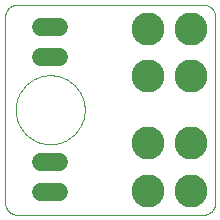
<source format=gbl>
G75*
%MOIN*%
%OFA0B0*%
%FSLAX25Y25*%
%IPPOS*%
%LPD*%
%AMOC8*
5,1,8,0,0,1.08239X$1,22.5*
%
%ADD10C,0.00000*%
%ADD11C,0.11000*%
%ADD12C,0.05937*%
D10*
X0001000Y0004937D02*
X0001000Y0067063D01*
X0001002Y0067187D01*
X0001008Y0067310D01*
X0001017Y0067434D01*
X0001031Y0067556D01*
X0001048Y0067679D01*
X0001070Y0067801D01*
X0001095Y0067922D01*
X0001124Y0068042D01*
X0001156Y0068161D01*
X0001193Y0068280D01*
X0001233Y0068397D01*
X0001276Y0068512D01*
X0001324Y0068627D01*
X0001375Y0068739D01*
X0001429Y0068850D01*
X0001487Y0068960D01*
X0001548Y0069067D01*
X0001613Y0069173D01*
X0001681Y0069276D01*
X0001752Y0069377D01*
X0001826Y0069476D01*
X0001903Y0069573D01*
X0001984Y0069667D01*
X0002067Y0069758D01*
X0002153Y0069847D01*
X0002242Y0069933D01*
X0002333Y0070016D01*
X0002427Y0070097D01*
X0002524Y0070174D01*
X0002623Y0070248D01*
X0002724Y0070319D01*
X0002827Y0070387D01*
X0002933Y0070452D01*
X0003040Y0070513D01*
X0003150Y0070571D01*
X0003261Y0070625D01*
X0003373Y0070676D01*
X0003488Y0070724D01*
X0003603Y0070767D01*
X0003720Y0070807D01*
X0003839Y0070844D01*
X0003958Y0070876D01*
X0004078Y0070905D01*
X0004199Y0070930D01*
X0004321Y0070952D01*
X0004444Y0070969D01*
X0004566Y0070983D01*
X0004690Y0070992D01*
X0004813Y0070998D01*
X0004937Y0071000D01*
X0067063Y0071000D01*
X0067187Y0070998D01*
X0067310Y0070992D01*
X0067434Y0070983D01*
X0067556Y0070969D01*
X0067679Y0070952D01*
X0067801Y0070930D01*
X0067922Y0070905D01*
X0068042Y0070876D01*
X0068161Y0070844D01*
X0068280Y0070807D01*
X0068397Y0070767D01*
X0068512Y0070724D01*
X0068627Y0070676D01*
X0068739Y0070625D01*
X0068850Y0070571D01*
X0068960Y0070513D01*
X0069067Y0070452D01*
X0069173Y0070387D01*
X0069276Y0070319D01*
X0069377Y0070248D01*
X0069476Y0070174D01*
X0069573Y0070097D01*
X0069667Y0070016D01*
X0069758Y0069933D01*
X0069847Y0069847D01*
X0069933Y0069758D01*
X0070016Y0069667D01*
X0070097Y0069573D01*
X0070174Y0069476D01*
X0070248Y0069377D01*
X0070319Y0069276D01*
X0070387Y0069173D01*
X0070452Y0069067D01*
X0070513Y0068960D01*
X0070571Y0068850D01*
X0070625Y0068739D01*
X0070676Y0068627D01*
X0070724Y0068512D01*
X0070767Y0068397D01*
X0070807Y0068280D01*
X0070844Y0068161D01*
X0070876Y0068042D01*
X0070905Y0067922D01*
X0070930Y0067801D01*
X0070952Y0067679D01*
X0070969Y0067556D01*
X0070983Y0067434D01*
X0070992Y0067310D01*
X0070998Y0067187D01*
X0071000Y0067063D01*
X0071000Y0004937D01*
X0070998Y0004813D01*
X0070992Y0004690D01*
X0070983Y0004566D01*
X0070969Y0004444D01*
X0070952Y0004321D01*
X0070930Y0004199D01*
X0070905Y0004078D01*
X0070876Y0003958D01*
X0070844Y0003839D01*
X0070807Y0003720D01*
X0070767Y0003603D01*
X0070724Y0003488D01*
X0070676Y0003373D01*
X0070625Y0003261D01*
X0070571Y0003150D01*
X0070513Y0003040D01*
X0070452Y0002933D01*
X0070387Y0002827D01*
X0070319Y0002724D01*
X0070248Y0002623D01*
X0070174Y0002524D01*
X0070097Y0002427D01*
X0070016Y0002333D01*
X0069933Y0002242D01*
X0069847Y0002153D01*
X0069758Y0002067D01*
X0069667Y0001984D01*
X0069573Y0001903D01*
X0069476Y0001826D01*
X0069377Y0001752D01*
X0069276Y0001681D01*
X0069173Y0001613D01*
X0069067Y0001548D01*
X0068960Y0001487D01*
X0068850Y0001429D01*
X0068739Y0001375D01*
X0068627Y0001324D01*
X0068512Y0001276D01*
X0068397Y0001233D01*
X0068280Y0001193D01*
X0068161Y0001156D01*
X0068042Y0001124D01*
X0067922Y0001095D01*
X0067801Y0001070D01*
X0067679Y0001048D01*
X0067556Y0001031D01*
X0067434Y0001017D01*
X0067310Y0001008D01*
X0067187Y0001002D01*
X0067063Y0001000D01*
X0004937Y0001000D01*
X0004813Y0001002D01*
X0004690Y0001008D01*
X0004566Y0001017D01*
X0004444Y0001031D01*
X0004321Y0001048D01*
X0004199Y0001070D01*
X0004078Y0001095D01*
X0003958Y0001124D01*
X0003839Y0001156D01*
X0003720Y0001193D01*
X0003603Y0001233D01*
X0003488Y0001276D01*
X0003373Y0001324D01*
X0003261Y0001375D01*
X0003150Y0001429D01*
X0003040Y0001487D01*
X0002933Y0001548D01*
X0002827Y0001613D01*
X0002724Y0001681D01*
X0002623Y0001752D01*
X0002524Y0001826D01*
X0002427Y0001903D01*
X0002333Y0001984D01*
X0002242Y0002067D01*
X0002153Y0002153D01*
X0002067Y0002242D01*
X0001984Y0002333D01*
X0001903Y0002427D01*
X0001826Y0002524D01*
X0001752Y0002623D01*
X0001681Y0002724D01*
X0001613Y0002827D01*
X0001548Y0002933D01*
X0001487Y0003040D01*
X0001429Y0003150D01*
X0001375Y0003261D01*
X0001324Y0003373D01*
X0001276Y0003488D01*
X0001233Y0003603D01*
X0001193Y0003720D01*
X0001156Y0003839D01*
X0001124Y0003958D01*
X0001095Y0004078D01*
X0001070Y0004199D01*
X0001048Y0004321D01*
X0001031Y0004444D01*
X0001017Y0004566D01*
X0001008Y0004690D01*
X0001002Y0004813D01*
X0001000Y0004937D01*
X0004500Y0036000D02*
X0004503Y0036282D01*
X0004514Y0036564D01*
X0004531Y0036846D01*
X0004555Y0037127D01*
X0004586Y0037408D01*
X0004624Y0037687D01*
X0004669Y0037966D01*
X0004721Y0038244D01*
X0004779Y0038520D01*
X0004845Y0038794D01*
X0004917Y0039067D01*
X0004995Y0039338D01*
X0005080Y0039607D01*
X0005172Y0039874D01*
X0005271Y0040139D01*
X0005375Y0040401D01*
X0005487Y0040660D01*
X0005604Y0040917D01*
X0005728Y0041171D01*
X0005858Y0041421D01*
X0005994Y0041668D01*
X0006136Y0041912D01*
X0006284Y0042152D01*
X0006438Y0042389D01*
X0006598Y0042622D01*
X0006763Y0042851D01*
X0006934Y0043075D01*
X0007110Y0043296D01*
X0007292Y0043511D01*
X0007479Y0043723D01*
X0007671Y0043930D01*
X0007868Y0044132D01*
X0008070Y0044329D01*
X0008277Y0044521D01*
X0008489Y0044708D01*
X0008704Y0044890D01*
X0008925Y0045066D01*
X0009149Y0045237D01*
X0009378Y0045402D01*
X0009611Y0045562D01*
X0009848Y0045716D01*
X0010088Y0045864D01*
X0010332Y0046006D01*
X0010579Y0046142D01*
X0010829Y0046272D01*
X0011083Y0046396D01*
X0011340Y0046513D01*
X0011599Y0046625D01*
X0011861Y0046729D01*
X0012126Y0046828D01*
X0012393Y0046920D01*
X0012662Y0047005D01*
X0012933Y0047083D01*
X0013206Y0047155D01*
X0013480Y0047221D01*
X0013756Y0047279D01*
X0014034Y0047331D01*
X0014313Y0047376D01*
X0014592Y0047414D01*
X0014873Y0047445D01*
X0015154Y0047469D01*
X0015436Y0047486D01*
X0015718Y0047497D01*
X0016000Y0047500D01*
X0016282Y0047497D01*
X0016564Y0047486D01*
X0016846Y0047469D01*
X0017127Y0047445D01*
X0017408Y0047414D01*
X0017687Y0047376D01*
X0017966Y0047331D01*
X0018244Y0047279D01*
X0018520Y0047221D01*
X0018794Y0047155D01*
X0019067Y0047083D01*
X0019338Y0047005D01*
X0019607Y0046920D01*
X0019874Y0046828D01*
X0020139Y0046729D01*
X0020401Y0046625D01*
X0020660Y0046513D01*
X0020917Y0046396D01*
X0021171Y0046272D01*
X0021421Y0046142D01*
X0021668Y0046006D01*
X0021912Y0045864D01*
X0022152Y0045716D01*
X0022389Y0045562D01*
X0022622Y0045402D01*
X0022851Y0045237D01*
X0023075Y0045066D01*
X0023296Y0044890D01*
X0023511Y0044708D01*
X0023723Y0044521D01*
X0023930Y0044329D01*
X0024132Y0044132D01*
X0024329Y0043930D01*
X0024521Y0043723D01*
X0024708Y0043511D01*
X0024890Y0043296D01*
X0025066Y0043075D01*
X0025237Y0042851D01*
X0025402Y0042622D01*
X0025562Y0042389D01*
X0025716Y0042152D01*
X0025864Y0041912D01*
X0026006Y0041668D01*
X0026142Y0041421D01*
X0026272Y0041171D01*
X0026396Y0040917D01*
X0026513Y0040660D01*
X0026625Y0040401D01*
X0026729Y0040139D01*
X0026828Y0039874D01*
X0026920Y0039607D01*
X0027005Y0039338D01*
X0027083Y0039067D01*
X0027155Y0038794D01*
X0027221Y0038520D01*
X0027279Y0038244D01*
X0027331Y0037966D01*
X0027376Y0037687D01*
X0027414Y0037408D01*
X0027445Y0037127D01*
X0027469Y0036846D01*
X0027486Y0036564D01*
X0027497Y0036282D01*
X0027500Y0036000D01*
X0027497Y0035718D01*
X0027486Y0035436D01*
X0027469Y0035154D01*
X0027445Y0034873D01*
X0027414Y0034592D01*
X0027376Y0034313D01*
X0027331Y0034034D01*
X0027279Y0033756D01*
X0027221Y0033480D01*
X0027155Y0033206D01*
X0027083Y0032933D01*
X0027005Y0032662D01*
X0026920Y0032393D01*
X0026828Y0032126D01*
X0026729Y0031861D01*
X0026625Y0031599D01*
X0026513Y0031340D01*
X0026396Y0031083D01*
X0026272Y0030829D01*
X0026142Y0030579D01*
X0026006Y0030332D01*
X0025864Y0030088D01*
X0025716Y0029848D01*
X0025562Y0029611D01*
X0025402Y0029378D01*
X0025237Y0029149D01*
X0025066Y0028925D01*
X0024890Y0028704D01*
X0024708Y0028489D01*
X0024521Y0028277D01*
X0024329Y0028070D01*
X0024132Y0027868D01*
X0023930Y0027671D01*
X0023723Y0027479D01*
X0023511Y0027292D01*
X0023296Y0027110D01*
X0023075Y0026934D01*
X0022851Y0026763D01*
X0022622Y0026598D01*
X0022389Y0026438D01*
X0022152Y0026284D01*
X0021912Y0026136D01*
X0021668Y0025994D01*
X0021421Y0025858D01*
X0021171Y0025728D01*
X0020917Y0025604D01*
X0020660Y0025487D01*
X0020401Y0025375D01*
X0020139Y0025271D01*
X0019874Y0025172D01*
X0019607Y0025080D01*
X0019338Y0024995D01*
X0019067Y0024917D01*
X0018794Y0024845D01*
X0018520Y0024779D01*
X0018244Y0024721D01*
X0017966Y0024669D01*
X0017687Y0024624D01*
X0017408Y0024586D01*
X0017127Y0024555D01*
X0016846Y0024531D01*
X0016564Y0024514D01*
X0016282Y0024503D01*
X0016000Y0024500D01*
X0015718Y0024503D01*
X0015436Y0024514D01*
X0015154Y0024531D01*
X0014873Y0024555D01*
X0014592Y0024586D01*
X0014313Y0024624D01*
X0014034Y0024669D01*
X0013756Y0024721D01*
X0013480Y0024779D01*
X0013206Y0024845D01*
X0012933Y0024917D01*
X0012662Y0024995D01*
X0012393Y0025080D01*
X0012126Y0025172D01*
X0011861Y0025271D01*
X0011599Y0025375D01*
X0011340Y0025487D01*
X0011083Y0025604D01*
X0010829Y0025728D01*
X0010579Y0025858D01*
X0010332Y0025994D01*
X0010088Y0026136D01*
X0009848Y0026284D01*
X0009611Y0026438D01*
X0009378Y0026598D01*
X0009149Y0026763D01*
X0008925Y0026934D01*
X0008704Y0027110D01*
X0008489Y0027292D01*
X0008277Y0027479D01*
X0008070Y0027671D01*
X0007868Y0027868D01*
X0007671Y0028070D01*
X0007479Y0028277D01*
X0007292Y0028489D01*
X0007110Y0028704D01*
X0006934Y0028925D01*
X0006763Y0029149D01*
X0006598Y0029378D01*
X0006438Y0029611D01*
X0006284Y0029848D01*
X0006136Y0030088D01*
X0005994Y0030332D01*
X0005858Y0030579D01*
X0005728Y0030829D01*
X0005604Y0031083D01*
X0005487Y0031340D01*
X0005375Y0031599D01*
X0005271Y0031861D01*
X0005172Y0032126D01*
X0005080Y0032393D01*
X0004995Y0032662D01*
X0004917Y0032933D01*
X0004845Y0033206D01*
X0004779Y0033480D01*
X0004721Y0033756D01*
X0004669Y0034034D01*
X0004624Y0034313D01*
X0004586Y0034592D01*
X0004555Y0034873D01*
X0004531Y0035154D01*
X0004514Y0035436D01*
X0004503Y0035718D01*
X0004500Y0036000D01*
D11*
X0048500Y0024780D03*
X0062900Y0024780D03*
X0062900Y0009031D03*
X0048500Y0009031D03*
X0048500Y0047220D03*
X0062900Y0047220D03*
X0062900Y0062969D03*
X0048500Y0062969D03*
D12*
X0018969Y0063500D02*
X0013031Y0063500D01*
X0013031Y0053500D02*
X0018969Y0053500D01*
X0018969Y0018500D02*
X0013031Y0018500D01*
X0013031Y0008500D02*
X0018969Y0008500D01*
M02*

</source>
